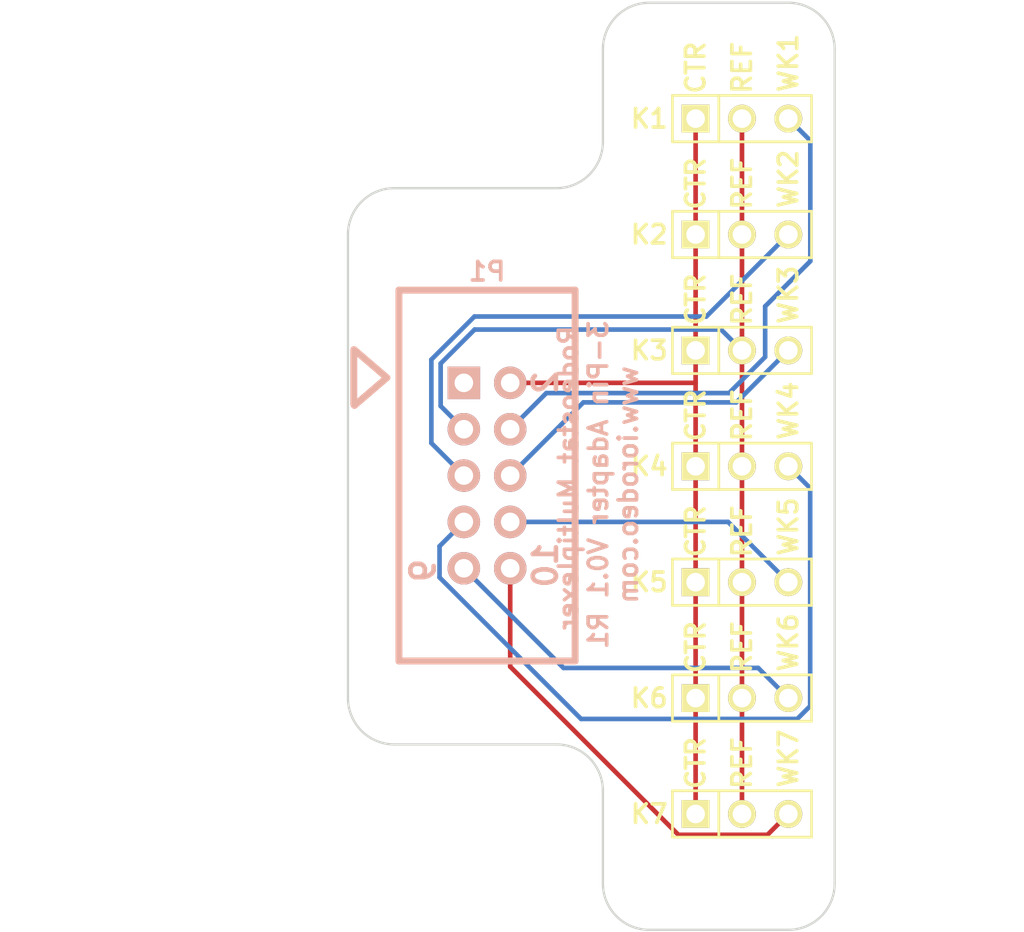
<source format=kicad_pcb>
(kicad_pcb (version 3) (host pcbnew "(2013-jul-07)-stable")

  (general
    (links 21)
    (no_connects 0)
    (area 32.334288 50.736499 90.855713 101.663501)
    (thickness 1.6)
    (drawings 41)
    (tracks 50)
    (zones 0)
    (modules 8)
    (nets 10)
  )

  (page A3)
  (layers
    (15 F.Cu signal)
    (0 B.Cu signal)
    (16 B.Adhes user)
    (17 F.Adhes user)
    (18 B.Paste user)
    (19 F.Paste user)
    (20 B.SilkS user)
    (21 F.SilkS user)
    (22 B.Mask user)
    (23 F.Mask user)
    (24 Dwgs.User user)
    (25 Cmts.User user)
    (26 Eco1.User user)
    (27 Eco2.User user)
    (28 Edge.Cuts user)
  )

  (setup
    (last_trace_width 0.254)
    (trace_clearance 0.254)
    (zone_clearance 0.508)
    (zone_45_only no)
    (trace_min 0.254)
    (segment_width 0.2)
    (edge_width 0.127)
    (via_size 0.889)
    (via_drill 0.635)
    (via_min_size 0.889)
    (via_min_drill 0.508)
    (uvia_size 0.508)
    (uvia_drill 0.127)
    (uvias_allowed no)
    (uvia_min_size 0.508)
    (uvia_min_drill 0.127)
    (pcb_text_width 0.2032)
    (pcb_text_size 1.016 1.016)
    (mod_edge_width 0.15)
    (mod_text_size 1 1)
    (mod_text_width 0.15)
    (pad_size 1.5 1.5)
    (pad_drill 0.6)
    (pad_to_mask_clearance 0)
    (aux_axis_origin 0 0)
    (visible_elements FFFFFFBF)
    (pcbplotparams
      (layerselection 284196865)
      (usegerberextensions true)
      (excludeedgelayer true)
      (linewidth 0.150000)
      (plotframeref false)
      (viasonmask false)
      (mode 1)
      (useauxorigin false)
      (hpglpennumber 1)
      (hpglpenspeed 20)
      (hpglpendiameter 15)
      (hpglpenoverlay 2)
      (psnegative false)
      (psa4output false)
      (plotreference true)
      (plotvalue true)
      (plotothertext true)
      (plotinvisibletext false)
      (padsonsilk false)
      (subtractmaskfromsilk false)
      (outputformat 1)
      (mirror false)
      (drillshape 0)
      (scaleselection 1)
      (outputdirectory gerber_v0p1/))
  )

  (net 0 "")
  (net 1 /CTR_SW)
  (net 2 /REF_SW)
  (net 3 /WRK_1)
  (net 4 /WRK_2)
  (net 5 /WRK_3)
  (net 6 /WRK_4)
  (net 7 /WRK_5)
  (net 8 /WRK_6)
  (net 9 /WRK_7)

  (net_class Default "This is the default net class."
    (clearance 0.254)
    (trace_width 0.254)
    (via_dia 0.889)
    (via_drill 0.635)
    (uvia_dia 0.508)
    (uvia_drill 0.127)
    (add_net "")
    (add_net /CTR_SW)
    (add_net /REF_SW)
    (add_net /WRK_1)
    (add_net /WRK_2)
    (add_net /WRK_3)
    (add_net /WRK_4)
    (add_net /WRK_5)
    (add_net /WRK_6)
    (add_net /WRK_7)
  )

  (module 5X2_SHRD_HEADER_FEMALE (layer B.Cu) (tedit 5C3EADAB) (tstamp 5C3EABFB)
    (at 58.42 76.2 90)
    (path /5C3EA35D)
    (fp_text reference P1 (at 10.668 0 180) (layer B.SilkS)
      (effects (font (size 1.016 1.016) (thickness 0.2032)) (justify mirror))
    )
    (fp_text value CONN_5X2 (at -5.842 -6.604 90) (layer B.SilkS) hide
      (effects (font (size 1.524 1.524) (thickness 0.3048)) (justify mirror))
    )
    (fp_line (start 9.652 4.826) (end -10.668 4.826) (layer B.SilkS) (width 0.381))
    (fp_line (start -10.668 4.826) (end -10.668 -4.826) (layer B.SilkS) (width 0.381))
    (fp_line (start -10.668 -4.826) (end 9.652 -4.826) (layer B.SilkS) (width 0.381))
    (fp_line (start 9.652 -4.826) (end 9.652 4.826) (layer B.SilkS) (width 0.381))
    (fp_line (start 6.39318 -7.29996) (end 3.3909 -7.29996) (layer B.SilkS) (width 0.381))
    (fp_text user 10 (at -5.40766 3.2004 90) (layer B.SilkS)
      (effects (font (size 1.27 1.27) (thickness 0.254)) (justify mirror))
    )
    (fp_text user 9 (at -5.70738 -3.50012 90) (layer B.SilkS)
      (effects (font (size 1.27 1.27) (thickness 0.254)) (justify mirror))
    )
    (fp_text user 2 (at 4.59232 3.2004 90) (layer B.SilkS)
      (effects (font (size 1.27 1.27) (thickness 0.254)) (justify mirror))
    )
    (fp_line (start 4.85648 -5.48894) (end 6.38048 -7.26694) (layer B.SilkS) (width 0.381))
    (fp_line (start 3.33248 -7.2644) (end 4.85648 -5.4864) (layer B.SilkS) (width 0.381))
    (pad 1 thru_hole rect (at 4.572 -1.27 270) (size 1.778 1.778) (drill 1.016)
      (layers *.Cu *.Mask B.SilkS)
    )
    (pad 2 thru_hole circle (at 4.572 1.27 270) (size 1.778 1.778) (drill 1.016)
      (layers *.Cu *.Mask B.SilkS)
      (net 1 /CTR_SW)
    )
    (pad 3 thru_hole circle (at 2.032 -1.27 270) (size 1.778 1.778) (drill 1.016)
      (layers *.Cu *.Mask B.SilkS)
      (net 2 /REF_SW)
    )
    (pad 4 thru_hole circle (at 2.032 1.27 270) (size 1.778 1.778) (drill 1.016)
      (layers *.Cu *.Mask B.SilkS)
      (net 3 /WRK_1)
    )
    (pad 5 thru_hole circle (at -0.508 -1.27 270) (size 1.778 1.778) (drill 1.016)
      (layers *.Cu *.Mask B.SilkS)
      (net 4 /WRK_2)
    )
    (pad 6 thru_hole circle (at -0.508 1.27 270) (size 1.778 1.778) (drill 1.016)
      (layers *.Cu *.Mask B.SilkS)
      (net 5 /WRK_3)
    )
    (pad 7 thru_hole circle (at -3.048 -1.27 270) (size 1.778 1.778) (drill 1.016)
      (layers *.Cu *.Mask B.SilkS)
      (net 6 /WRK_4)
    )
    (pad 8 thru_hole circle (at -3.048 1.27 270) (size 1.778 1.778) (drill 1.016)
      (layers *.Cu *.Mask B.SilkS)
      (net 7 /WRK_5)
    )
    (pad 9 thru_hole circle (at -5.588 -1.27 270) (size 1.778 1.778) (drill 1.016)
      (layers *.Cu *.Mask B.SilkS)
      (net 8 /WRK_6)
    )
    (pad 10 thru_hole circle (at -5.588 1.27 270) (size 1.778 1.778) (drill 1.016)
      (layers *.Cu *.Mask B.SilkS)
      (net 9 /WRK_7)
    )
  )

  (module PIN_ARRAY_3X1 (layer F.Cu) (tedit 5C412BC4) (tstamp 5C412A8D)
    (at 72.39 57.15)
    (descr "Connecteur 3 pins")
    (tags "CONN DEV")
    (path /5C4127DC)
    (fp_text reference K1 (at -5.08 0) (layer F.SilkS)
      (effects (font (size 1.016 1.016) (thickness 0.2032)))
    )
    (fp_text value CONN_3 (at 0 -2.159) (layer F.SilkS) hide
      (effects (font (size 1.016 1.016) (thickness 0.1524)))
    )
    (fp_line (start -3.81 1.27) (end -3.81 -1.27) (layer F.SilkS) (width 0.1524))
    (fp_line (start -3.81 -1.27) (end 3.81 -1.27) (layer F.SilkS) (width 0.1524))
    (fp_line (start 3.81 -1.27) (end 3.81 1.27) (layer F.SilkS) (width 0.1524))
    (fp_line (start 3.81 1.27) (end -3.81 1.27) (layer F.SilkS) (width 0.1524))
    (fp_line (start -1.27 -1.27) (end -1.27 1.27) (layer F.SilkS) (width 0.1524))
    (pad 1 thru_hole rect (at -2.54 0) (size 1.524 1.524) (drill 1.016)
      (layers *.Cu *.Mask F.SilkS)
      (net 1 /CTR_SW)
    )
    (pad 2 thru_hole circle (at 0 0) (size 1.524 1.524) (drill 1.016)
      (layers *.Cu *.Mask F.SilkS)
      (net 2 /REF_SW)
    )
    (pad 3 thru_hole circle (at 2.54 0) (size 1.524 1.524) (drill 1.016)
      (layers *.Cu *.Mask F.SilkS)
      (net 3 /WRK_1)
    )
    (model pin_array/pins_array_3x1.wrl
      (at (xyz 0 0 0))
      (scale (xyz 1 1 1))
      (rotate (xyz 0 0 0))
    )
  )

  (module PIN_ARRAY_3X1 (layer F.Cu) (tedit 5C412BCF) (tstamp 5C412A99)
    (at 72.39 63.5)
    (descr "Connecteur 3 pins")
    (tags "CONN DEV")
    (path /5C4128F5)
    (fp_text reference K2 (at -5.08 0) (layer F.SilkS)
      (effects (font (size 1.016 1.016) (thickness 0.2032)))
    )
    (fp_text value CONN_3 (at 0 -2.159) (layer F.SilkS) hide
      (effects (font (size 1.016 1.016) (thickness 0.1524)))
    )
    (fp_line (start -3.81 1.27) (end -3.81 -1.27) (layer F.SilkS) (width 0.1524))
    (fp_line (start -3.81 -1.27) (end 3.81 -1.27) (layer F.SilkS) (width 0.1524))
    (fp_line (start 3.81 -1.27) (end 3.81 1.27) (layer F.SilkS) (width 0.1524))
    (fp_line (start 3.81 1.27) (end -3.81 1.27) (layer F.SilkS) (width 0.1524))
    (fp_line (start -1.27 -1.27) (end -1.27 1.27) (layer F.SilkS) (width 0.1524))
    (pad 1 thru_hole rect (at -2.54 0) (size 1.524 1.524) (drill 1.016)
      (layers *.Cu *.Mask F.SilkS)
      (net 1 /CTR_SW)
    )
    (pad 2 thru_hole circle (at 0 0) (size 1.524 1.524) (drill 1.016)
      (layers *.Cu *.Mask F.SilkS)
      (net 2 /REF_SW)
    )
    (pad 3 thru_hole circle (at 2.54 0) (size 1.524 1.524) (drill 1.016)
      (layers *.Cu *.Mask F.SilkS)
      (net 4 /WRK_2)
    )
    (model pin_array/pins_array_3x1.wrl
      (at (xyz 0 0 0))
      (scale (xyz 1 1 1))
      (rotate (xyz 0 0 0))
    )
  )

  (module PIN_ARRAY_3X1 (layer F.Cu) (tedit 5C412BDF) (tstamp 5C412AA5)
    (at 72.39 69.85)
    (descr "Connecteur 3 pins")
    (tags "CONN DEV")
    (path /5C412901)
    (fp_text reference K3 (at -5.08 0) (layer F.SilkS)
      (effects (font (size 1.016 1.016) (thickness 0.2032)))
    )
    (fp_text value CONN_3 (at 0 -2.159) (layer F.SilkS) hide
      (effects (font (size 1.016 1.016) (thickness 0.1524)))
    )
    (fp_line (start -3.81 1.27) (end -3.81 -1.27) (layer F.SilkS) (width 0.1524))
    (fp_line (start -3.81 -1.27) (end 3.81 -1.27) (layer F.SilkS) (width 0.1524))
    (fp_line (start 3.81 -1.27) (end 3.81 1.27) (layer F.SilkS) (width 0.1524))
    (fp_line (start 3.81 1.27) (end -3.81 1.27) (layer F.SilkS) (width 0.1524))
    (fp_line (start -1.27 -1.27) (end -1.27 1.27) (layer F.SilkS) (width 0.1524))
    (pad 1 thru_hole rect (at -2.54 0) (size 1.524 1.524) (drill 1.016)
      (layers *.Cu *.Mask F.SilkS)
      (net 1 /CTR_SW)
    )
    (pad 2 thru_hole circle (at 0 0) (size 1.524 1.524) (drill 1.016)
      (layers *.Cu *.Mask F.SilkS)
      (net 2 /REF_SW)
    )
    (pad 3 thru_hole circle (at 2.54 0) (size 1.524 1.524) (drill 1.016)
      (layers *.Cu *.Mask F.SilkS)
      (net 5 /WRK_3)
    )
    (model pin_array/pins_array_3x1.wrl
      (at (xyz 0 0 0))
      (scale (xyz 1 1 1))
      (rotate (xyz 0 0 0))
    )
  )

  (module PIN_ARRAY_3X1 (layer F.Cu) (tedit 5C412C0D) (tstamp 5C412AB1)
    (at 72.39 76.2)
    (descr "Connecteur 3 pins")
    (tags "CONN DEV")
    (path /5C41290D)
    (fp_text reference K4 (at -5.08 0) (layer F.SilkS)
      (effects (font (size 1.016 1.016) (thickness 0.2032)))
    )
    (fp_text value CONN_3 (at 0 -2.159) (layer F.SilkS) hide
      (effects (font (size 1.016 1.016) (thickness 0.1524)))
    )
    (fp_line (start -3.81 1.27) (end -3.81 -1.27) (layer F.SilkS) (width 0.1524))
    (fp_line (start -3.81 -1.27) (end 3.81 -1.27) (layer F.SilkS) (width 0.1524))
    (fp_line (start 3.81 -1.27) (end 3.81 1.27) (layer F.SilkS) (width 0.1524))
    (fp_line (start 3.81 1.27) (end -3.81 1.27) (layer F.SilkS) (width 0.1524))
    (fp_line (start -1.27 -1.27) (end -1.27 1.27) (layer F.SilkS) (width 0.1524))
    (pad 1 thru_hole rect (at -2.54 0) (size 1.524 1.524) (drill 1.016)
      (layers *.Cu *.Mask F.SilkS)
      (net 1 /CTR_SW)
    )
    (pad 2 thru_hole circle (at 0 0) (size 1.524 1.524) (drill 1.016)
      (layers *.Cu *.Mask F.SilkS)
      (net 2 /REF_SW)
    )
    (pad 3 thru_hole circle (at 2.54 0) (size 1.524 1.524) (drill 1.016)
      (layers *.Cu *.Mask F.SilkS)
      (net 6 /WRK_4)
    )
    (model pin_array/pins_array_3x1.wrl
      (at (xyz 0 0 0))
      (scale (xyz 1 1 1))
      (rotate (xyz 0 0 0))
    )
  )

  (module PIN_ARRAY_3X1 (layer F.Cu) (tedit 5C412C17) (tstamp 5C412ABD)
    (at 72.39 82.55)
    (descr "Connecteur 3 pins")
    (tags "CONN DEV")
    (path /5C412919)
    (fp_text reference K5 (at -5.08 0) (layer F.SilkS)
      (effects (font (size 1.016 1.016) (thickness 0.2032)))
    )
    (fp_text value CONN_3 (at 0 -2.159) (layer F.SilkS) hide
      (effects (font (size 1.016 1.016) (thickness 0.1524)))
    )
    (fp_line (start -3.81 1.27) (end -3.81 -1.27) (layer F.SilkS) (width 0.1524))
    (fp_line (start -3.81 -1.27) (end 3.81 -1.27) (layer F.SilkS) (width 0.1524))
    (fp_line (start 3.81 -1.27) (end 3.81 1.27) (layer F.SilkS) (width 0.1524))
    (fp_line (start 3.81 1.27) (end -3.81 1.27) (layer F.SilkS) (width 0.1524))
    (fp_line (start -1.27 -1.27) (end -1.27 1.27) (layer F.SilkS) (width 0.1524))
    (pad 1 thru_hole rect (at -2.54 0) (size 1.524 1.524) (drill 1.016)
      (layers *.Cu *.Mask F.SilkS)
      (net 1 /CTR_SW)
    )
    (pad 2 thru_hole circle (at 0 0) (size 1.524 1.524) (drill 1.016)
      (layers *.Cu *.Mask F.SilkS)
      (net 2 /REF_SW)
    )
    (pad 3 thru_hole circle (at 2.54 0) (size 1.524 1.524) (drill 1.016)
      (layers *.Cu *.Mask F.SilkS)
      (net 7 /WRK_5)
    )
    (model pin_array/pins_array_3x1.wrl
      (at (xyz 0 0 0))
      (scale (xyz 1 1 1))
      (rotate (xyz 0 0 0))
    )
  )

  (module PIN_ARRAY_3X1 (layer F.Cu) (tedit 5C412C22) (tstamp 5C412AC9)
    (at 72.39 88.9)
    (descr "Connecteur 3 pins")
    (tags "CONN DEV")
    (path /5C412925)
    (fp_text reference K6 (at -5.08 0) (layer F.SilkS)
      (effects (font (size 1.016 1.016) (thickness 0.2032)))
    )
    (fp_text value CONN_3 (at 0 -2.159) (layer F.SilkS) hide
      (effects (font (size 1.016 1.016) (thickness 0.1524)))
    )
    (fp_line (start -3.81 1.27) (end -3.81 -1.27) (layer F.SilkS) (width 0.1524))
    (fp_line (start -3.81 -1.27) (end 3.81 -1.27) (layer F.SilkS) (width 0.1524))
    (fp_line (start 3.81 -1.27) (end 3.81 1.27) (layer F.SilkS) (width 0.1524))
    (fp_line (start 3.81 1.27) (end -3.81 1.27) (layer F.SilkS) (width 0.1524))
    (fp_line (start -1.27 -1.27) (end -1.27 1.27) (layer F.SilkS) (width 0.1524))
    (pad 1 thru_hole rect (at -2.54 0) (size 1.524 1.524) (drill 1.016)
      (layers *.Cu *.Mask F.SilkS)
      (net 1 /CTR_SW)
    )
    (pad 2 thru_hole circle (at 0 0) (size 1.524 1.524) (drill 1.016)
      (layers *.Cu *.Mask F.SilkS)
      (net 2 /REF_SW)
    )
    (pad 3 thru_hole circle (at 2.54 0) (size 1.524 1.524) (drill 1.016)
      (layers *.Cu *.Mask F.SilkS)
      (net 8 /WRK_6)
    )
    (model pin_array/pins_array_3x1.wrl
      (at (xyz 0 0 0))
      (scale (xyz 1 1 1))
      (rotate (xyz 0 0 0))
    )
  )

  (module PIN_ARRAY_3X1 (layer F.Cu) (tedit 5C412C2C) (tstamp 5C412AD5)
    (at 72.39 95.25)
    (descr "Connecteur 3 pins")
    (tags "CONN DEV")
    (path /5C412931)
    (fp_text reference K7 (at -5.08 0) (layer F.SilkS)
      (effects (font (size 1.016 1.016) (thickness 0.2032)))
    )
    (fp_text value CONN_3 (at 0 -2.159) (layer F.SilkS) hide
      (effects (font (size 1.016 1.016) (thickness 0.1524)))
    )
    (fp_line (start -3.81 1.27) (end -3.81 -1.27) (layer F.SilkS) (width 0.1524))
    (fp_line (start -3.81 -1.27) (end 3.81 -1.27) (layer F.SilkS) (width 0.1524))
    (fp_line (start 3.81 -1.27) (end 3.81 1.27) (layer F.SilkS) (width 0.1524))
    (fp_line (start 3.81 1.27) (end -3.81 1.27) (layer F.SilkS) (width 0.1524))
    (fp_line (start -1.27 -1.27) (end -1.27 1.27) (layer F.SilkS) (width 0.1524))
    (pad 1 thru_hole rect (at -2.54 0) (size 1.524 1.524) (drill 1.016)
      (layers *.Cu *.Mask F.SilkS)
      (net 1 /CTR_SW)
    )
    (pad 2 thru_hole circle (at 0 0) (size 1.524 1.524) (drill 1.016)
      (layers *.Cu *.Mask F.SilkS)
      (net 2 /REF_SW)
    )
    (pad 3 thru_hole circle (at 2.54 0) (size 1.524 1.524) (drill 1.016)
      (layers *.Cu *.Mask F.SilkS)
      (net 9 /WRK_7)
    )
    (model pin_array/pins_array_3x1.wrl
      (at (xyz 0 0 0))
      (scale (xyz 1 1 1))
      (rotate (xyz 0 0 0))
    )
  )

  (gr_text WK7 (at 74.93 92.202 90) (layer F.SilkS)
    (effects (font (size 1.016 1.016) (thickness 0.2032)))
  )
  (gr_text REF (at 72.39 86.106 90) (layer F.SilkS)
    (effects (font (size 1.016 1.016) (thickness 0.2032)))
  )
  (gr_text WK6 (at 74.93 85.852 90) (layer F.SilkS)
    (effects (font (size 1.016 1.016) (thickness 0.2032)))
  )
  (gr_text WK5 (at 74.93 79.502 90) (layer F.SilkS)
    (effects (font (size 1.016 1.016) (thickness 0.2032)))
  )
  (gr_text WK4 (at 74.93 73.152 90) (layer F.SilkS)
    (effects (font (size 1.016 1.016) (thickness 0.2032)))
  )
  (gr_text WK3 (at 74.93 66.802 90) (layer F.SilkS)
    (effects (font (size 1.016 1.016) (thickness 0.2032)))
  )
  (gr_text REF (at 72.39 92.456 90) (layer F.SilkS)
    (effects (font (size 1.016 1.016) (thickness 0.2032)))
  )
  (gr_text REF (at 72.39 79.756 90) (layer F.SilkS)
    (effects (font (size 1.016 1.016) (thickness 0.2032)))
  )
  (gr_text REF (at 72.39 73.406 90) (layer F.SilkS)
    (effects (font (size 1.016 1.016) (thickness 0.2032)))
  )
  (gr_text REF (at 72.39 67.056 90) (layer F.SilkS)
    (effects (font (size 1.016 1.016) (thickness 0.2032)))
  )
  (gr_text CTR (at 69.85 92.456 90) (layer F.SilkS)
    (effects (font (size 1.016 1.016) (thickness 0.2032)))
  )
  (gr_text CTR (at 69.85 86.106 90) (layer F.SilkS)
    (effects (font (size 1.016 1.016) (thickness 0.2032)))
  )
  (gr_text CTR (at 69.85 79.756 90) (layer F.SilkS)
    (effects (font (size 1.016 1.016) (thickness 0.2032)))
  )
  (gr_text CTR (at 69.85 73.406 90) (layer F.SilkS)
    (effects (font (size 1.016 1.016) (thickness 0.2032)))
  )
  (gr_text CTR (at 69.85 67.056 90) (layer F.SilkS)
    (effects (font (size 1.016 1.016) (thickness 0.2032)))
  )
  (gr_text WK2 (at 74.93 60.452 90) (layer F.SilkS)
    (effects (font (size 1.016 1.016) (thickness 0.2032)))
  )
  (gr_text REF (at 72.39 60.706 90) (layer F.SilkS)
    (effects (font (size 1.016 1.016) (thickness 0.2032)))
  )
  (gr_text CTR (at 69.85 60.706 90) (layer F.SilkS)
    (effects (font (size 1.016 1.016) (thickness 0.2032)))
  )
  (gr_text WK1 (at 74.93 54.102 90) (layer F.SilkS)
    (effects (font (size 1.016 1.016) (thickness 0.2032)))
  )
  (gr_text REF (at 72.39 54.356 90) (layer F.SilkS)
    (effects (font (size 1.016 1.016) (thickness 0.2032)))
  )
  (gr_text CTR (at 69.85 54.356 90) (layer F.SilkS)
    (effects (font (size 1.016 1.016) (thickness 0.2032)))
  )
  (gr_text "Rodeostat Multiplexer \n3-Pin Adapter V0.1 R1\nwww.iorodeo.com" (at 64.516 77.216 90) (layer B.SilkS)
    (effects (font (size 1.016 1.016) (thickness 0.2032)) (justify mirror))
  )
  (dimension 6.35 (width 0.3) (layer Dwgs.User)
    (gr_text "0.2500 in" (at 53.975 100.155999) (layer Dwgs.User)
      (effects (font (size 1.5 1.5) (thickness 0.3)))
    )
    (feature1 (pts (xy 50.8 71.628) (xy 50.8 101.505999)))
    (feature2 (pts (xy 57.15 71.628) (xy 57.15 101.505999)))
    (crossbar (pts (xy 57.15 98.805999) (xy 50.8 98.805999)))
    (arrow1a (pts (xy 50.8 98.805999) (xy 51.926503 98.219579)))
    (arrow1b (pts (xy 50.8 98.805999) (xy 51.926503 99.392419)))
    (arrow2a (pts (xy 57.15 98.805999) (xy 56.023497 98.219579)))
    (arrow2b (pts (xy 57.15 98.805999) (xy 56.023497 99.392419)))
  )
  (gr_line (start 64.77 93.98) (end 64.77 99.06) (angle 90) (layer Edge.Cuts) (width 0.127))
  (gr_line (start 64.77 53.34) (end 64.77 58.42) (angle 90) (layer Edge.Cuts) (width 0.127))
  (gr_line (start 53.34 60.96) (end 62.23 60.96) (angle 90) (layer Edge.Cuts) (width 0.127))
  (gr_line (start 53.34 91.44) (end 62.23 91.44) (angle 90) (layer Edge.Cuts) (width 0.127))
  (gr_line (start 50.8 63.5) (end 50.8 88.9) (angle 90) (layer Edge.Cuts) (width 0.127))
  (gr_arc (start 62.23 93.98) (end 62.23 91.44) (angle 90) (layer Edge.Cuts) (width 0.127))
  (gr_arc (start 53.34 88.9) (end 53.34 91.44) (angle 90) (layer Edge.Cuts) (width 0.127))
  (gr_arc (start 62.23 58.42) (end 64.77 58.42) (angle 90) (layer Edge.Cuts) (width 0.127))
  (gr_arc (start 53.34 63.5) (end 50.8 63.5) (angle 90) (layer Edge.Cuts) (width 0.127))
  (dimension 30.48 (width 0.3) (layer Dwgs.User)
    (gr_text "1.2000 in" (at 38.020001 76.199999 270) (layer Dwgs.User)
      (effects (font (size 1.5 1.5) (thickness 0.3)))
    )
    (feature1 (pts (xy 53.34 91.44) (xy 36.670001 91.439999)))
    (feature2 (pts (xy 53.34 60.96) (xy 36.670001 60.959999)))
    (crossbar (pts (xy 39.370001 60.959999) (xy 39.370001 91.439999)))
    (arrow1a (pts (xy 39.370001 91.439999) (xy 38.783581 90.313496)))
    (arrow1b (pts (xy 39.370001 91.439999) (xy 39.956421 90.313496)))
    (arrow2a (pts (xy 39.370001 60.959999) (xy 38.783581 62.086502)))
    (arrow2b (pts (xy 39.370001 60.959999) (xy 39.956421 62.086502)))
  )
  (gr_line (start 67.31 101.6) (end 74.93 101.6) (angle 90) (layer Edge.Cuts) (width 0.127))
  (gr_line (start 74.93 50.8) (end 67.31 50.8) (angle 90) (layer Edge.Cuts) (width 0.127))
  (gr_arc (start 67.31 99.06) (end 67.31 101.6) (angle 90) (layer Edge.Cuts) (width 0.127))
  (gr_arc (start 67.31 53.34) (end 64.77 53.34) (angle 90) (layer Edge.Cuts) (width 0.127))
  (gr_line (start 77.47 53.34) (end 77.47 99.06) (angle 90) (layer Edge.Cuts) (width 0.127))
  (dimension 50.8 (width 0.3) (layer Dwgs.User)
    (gr_text "2.0000 in" (at 85.169998 76.2 270) (layer Dwgs.User)
      (effects (font (size 1.5 1.5) (thickness 0.3)))
    )
    (feature1 (pts (xy 77.47 101.6) (xy 86.519998 101.6)))
    (feature2 (pts (xy 77.47 50.8) (xy 86.519998 50.8)))
    (crossbar (pts (xy 83.819998 50.8) (xy 83.819998 101.6)))
    (arrow1a (pts (xy 83.819998 101.6) (xy 83.233578 100.473497)))
    (arrow1b (pts (xy 83.819998 101.6) (xy 84.406418 100.473497)))
    (arrow2a (pts (xy 83.819998 50.8) (xy 83.233578 51.926503)))
    (arrow2b (pts (xy 83.819998 50.8) (xy 84.406418 51.926503)))
  )
  (gr_arc (start 74.93 99.06) (end 77.47 99.06) (angle 90) (layer Edge.Cuts) (width 0.127))
  (gr_arc (start 74.93 53.34) (end 74.93 50.8) (angle 90) (layer Edge.Cuts) (width 0.127))

  (segment (start 69.85 95.25) (end 69.85 88.9) (width 0.254) (layer F.Cu) (net 1))
  (segment (start 69.85 88.9) (end 69.85 82.55) (width 0.254) (layer F.Cu) (net 1))
  (segment (start 69.85 82.55) (end 69.85 76.2) (width 0.254) (layer F.Cu) (net 1))
  (segment (start 69.85 63.5) (end 69.85 57.15) (width 0.254) (layer F.Cu) (net 1))
  (segment (start 69.85 69.85) (end 69.85 63.5) (width 0.254) (layer F.Cu) (net 1))
  (segment (start 69.85 71.628) (end 59.69 71.628) (width 0.254) (layer F.Cu) (net 1))
  (segment (start 69.85 76.2) (end 69.85 71.628) (width 0.254) (layer F.Cu) (net 1))
  (segment (start 69.85 71.628) (end 69.85 69.85) (width 0.254) (layer F.Cu) (net 1))
  (segment (start 72.39 95.25) (end 72.39 88.9) (width 0.254) (layer F.Cu) (net 2))
  (segment (start 72.39 88.9) (end 72.39 82.55) (width 0.254) (layer F.Cu) (net 2))
  (segment (start 72.39 82.55) (end 72.39 76.2) (width 0.254) (layer F.Cu) (net 2))
  (segment (start 72.39 76.2) (end 72.39 69.85) (width 0.254) (layer F.Cu) (net 2))
  (segment (start 72.39 69.85) (end 72.39 63.5) (width 0.254) (layer F.Cu) (net 2))
  (segment (start 72.39 63.5) (end 72.39 57.15) (width 0.254) (layer F.Cu) (net 2))
  (segment (start 55.8796 72.8976) (end 57.15 74.168) (width 0.254) (layer B.Cu) (net 2))
  (segment (start 55.8796 70.567) (end 55.8796 72.8976) (width 0.254) (layer B.Cu) (net 2))
  (segment (start 57.7399 68.7067) (end 55.8796 70.567) (width 0.254) (layer B.Cu) (net 2))
  (segment (start 71.2467 68.7067) (end 57.7399 68.7067) (width 0.254) (layer B.Cu) (net 2))
  (segment (start 72.39 69.85) (end 71.2467 68.7067) (width 0.254) (layer B.Cu) (net 2))
  (segment (start 61.669 72.189) (end 59.69 74.168) (width 0.254) (layer B.Cu) (net 3))
  (segment (start 71.6789 72.189) (end 61.669 72.189) (width 0.254) (layer B.Cu) (net 3))
  (segment (start 73.66 70.2079) (end 71.6789 72.189) (width 0.254) (layer B.Cu) (net 3))
  (segment (start 73.66 67.4354) (end 73.66 70.2079) (width 0.254) (layer B.Cu) (net 3))
  (segment (start 76.1344 64.961) (end 73.66 67.4354) (width 0.254) (layer B.Cu) (net 3))
  (segment (start 76.1344 58.3544) (end 76.1344 64.961) (width 0.254) (layer B.Cu) (net 3))
  (segment (start 74.93 57.15) (end 76.1344 58.3544) (width 0.254) (layer B.Cu) (net 3))
  (segment (start 55.3699 74.9279) (end 57.15 76.708) (width 0.254) (layer B.Cu) (net 4))
  (segment (start 55.3699 70.3536) (end 55.3699 74.9279) (width 0.254) (layer B.Cu) (net 4))
  (segment (start 57.7301 67.9934) (end 55.3699 70.3536) (width 0.254) (layer B.Cu) (net 4))
  (segment (start 70.4366 67.9934) (end 57.7301 67.9934) (width 0.254) (layer B.Cu) (net 4))
  (segment (start 74.93 63.5) (end 70.4366 67.9934) (width 0.254) (layer B.Cu) (net 4))
  (segment (start 63.7006 72.6974) (end 59.69 76.708) (width 0.254) (layer B.Cu) (net 5))
  (segment (start 72.0826 72.6974) (end 63.7006 72.6974) (width 0.254) (layer B.Cu) (net 5))
  (segment (start 74.93 69.85) (end 72.0826 72.6974) (width 0.254) (layer B.Cu) (net 5))
  (segment (start 55.818 80.58) (end 57.15 79.248) (width 0.254) (layer B.Cu) (net 6))
  (segment (start 55.818 82.2901) (end 55.818 80.58) (width 0.254) (layer B.Cu) (net 6))
  (segment (start 63.5713 90.0434) (end 55.818 82.2901) (width 0.254) (layer B.Cu) (net 6))
  (segment (start 75.4193 90.0434) (end 63.5713 90.0434) (width 0.254) (layer B.Cu) (net 6))
  (segment (start 76.1269 89.3358) (end 75.4193 90.0434) (width 0.254) (layer B.Cu) (net 6))
  (segment (start 76.1269 77.3969) (end 76.1269 89.3358) (width 0.254) (layer B.Cu) (net 6))
  (segment (start 74.93 76.2) (end 76.1269 77.3969) (width 0.254) (layer B.Cu) (net 6))
  (segment (start 71.628 79.248) (end 59.69 79.248) (width 0.254) (layer B.Cu) (net 7))
  (segment (start 74.93 82.55) (end 71.628 79.248) (width 0.254) (layer B.Cu) (net 7))
  (segment (start 62.6103 87.2483) (end 57.15 81.788) (width 0.254) (layer B.Cu) (net 8))
  (segment (start 73.2783 87.2483) (end 62.6103 87.2483) (width 0.254) (layer B.Cu) (net 8))
  (segment (start 74.93 88.9) (end 73.2783 87.2483) (width 0.254) (layer B.Cu) (net 8))
  (segment (start 59.69 87.1776) (end 59.69 81.788) (width 0.254) (layer F.Cu) (net 9))
  (segment (start 68.9058 96.3934) (end 59.69 87.1776) (width 0.254) (layer F.Cu) (net 9))
  (segment (start 73.7866 96.3934) (end 68.9058 96.3934) (width 0.254) (layer F.Cu) (net 9))
  (segment (start 74.93 95.25) (end 73.7866 96.3934) (width 0.254) (layer F.Cu) (net 9))

)

</source>
